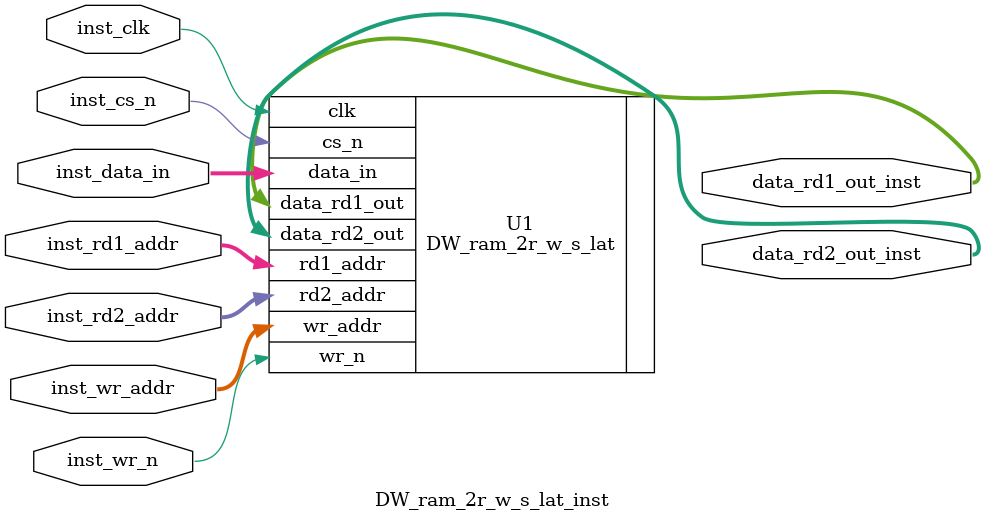
<source format=v>
module DW_ram_2r_w_s_lat_inst(inst_clk, inst_cs_n, inst_wr_n, inst_rd1_addr,
                              inst_rd2_addr, inst_wr_addr, inst_data_in,
                              data_rd1_out_inst, data_rd2_out_inst );
  parameter data_width = 8;
  parameter depth = 8;
  `define bit_width_depth 3 // ceil(log2(depth)) 

  input inst_clk;
  input inst_cs_n;
  input inst_wr_n;
  input [`bit_width_depth-1 : 0] inst_rd1_addr;
  input [`bit_width_depth-1 : 0] inst_rd2_addr;
  input [`bit_width_depth-1 : 0] inst_wr_addr;
  input [data_width-1 : 0] inst_data_in;
  output [data_width-1 : 0] data_rd1_out_inst;
  output [data_width-1 : 0] data_rd2_out_inst;

  // Instance of DW_ram_2r_w_s_lat
  DW_ram_2r_w_s_lat #(data_width, depth)
    U1 (.clk(inst_clk),   .cs_n(inst_cs_n),   .wr_n(inst_wr_n),
        .rd1_addr(inst_rd1_addr),   .rd2_addr(inst_rd2_addr),
        .wr_addr(inst_wr_addr),   .data_in(inst_data_in),
        .data_rd1_out(data_rd1_out_inst), 
         .data_rd2_out(data_rd2_out_inst) );
endmodule


</source>
